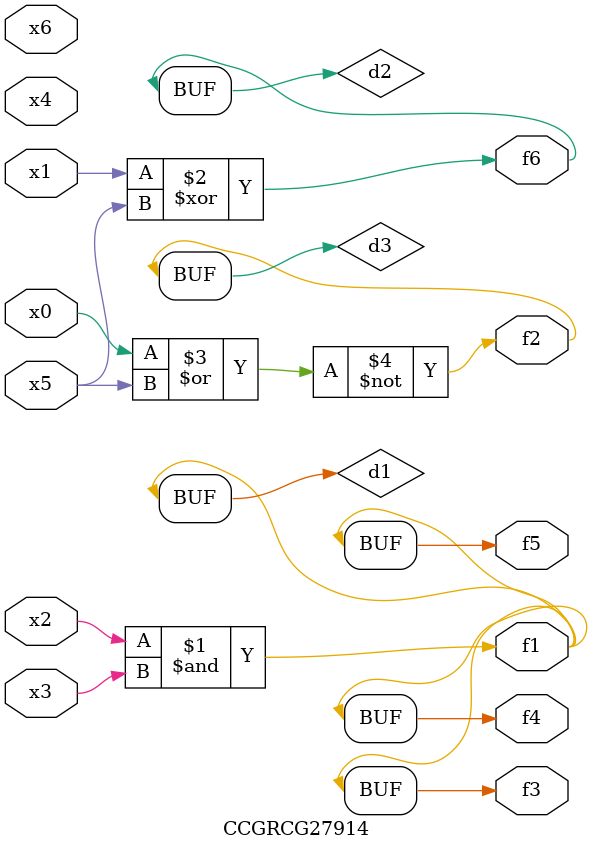
<source format=v>
module CCGRCG27914(
	input x0, x1, x2, x3, x4, x5, x6,
	output f1, f2, f3, f4, f5, f6
);

	wire d1, d2, d3;

	and (d1, x2, x3);
	xor (d2, x1, x5);
	nor (d3, x0, x5);
	assign f1 = d1;
	assign f2 = d3;
	assign f3 = d1;
	assign f4 = d1;
	assign f5 = d1;
	assign f6 = d2;
endmodule

</source>
